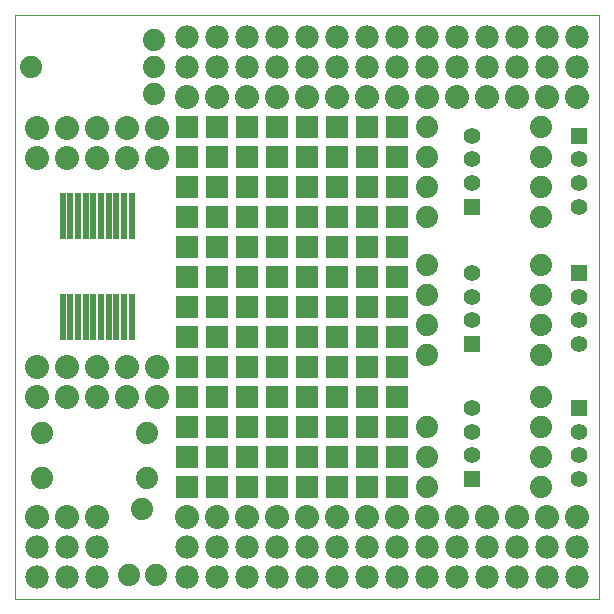
<source format=gbs>
G75*
G70*
%OFA0B0*%
%FSLAX24Y24*%
%IPPOS*%
%LPD*%
%AMOC8*
5,1,8,0,0,1.08239X$1,22.5*
%
%ADD10C,0.0000*%
%ADD11C,0.0780*%
%ADD12R,0.0197X0.1540*%
%ADD13R,0.0555X0.0555*%
%ADD14C,0.0555*%
%ADD15C,0.0800*%
%ADD16C,0.0740*%
%ADD17R,0.0740X0.0740*%
D10*
X000645Y000806D02*
X000645Y020301D01*
X020130Y020291D01*
X020130Y000806D01*
X000645Y000806D01*
D11*
X001395Y001556D03*
X002395Y001556D03*
X003395Y001556D03*
X003395Y002556D03*
X002395Y002556D03*
X001395Y002556D03*
X006395Y002556D03*
X006395Y001556D03*
X007395Y001556D03*
X008395Y001556D03*
X009395Y001556D03*
X010395Y001556D03*
X011395Y001556D03*
X012395Y001556D03*
X013395Y001556D03*
X014395Y001556D03*
X015395Y001556D03*
X016395Y001556D03*
X017395Y001556D03*
X018395Y001556D03*
X019395Y001556D03*
X019395Y002556D03*
X018395Y002556D03*
X017395Y002556D03*
X016395Y002556D03*
X015395Y002556D03*
X014395Y002556D03*
X013395Y002556D03*
X012395Y002556D03*
X011395Y002556D03*
X010395Y002556D03*
X009395Y002556D03*
X008395Y002556D03*
X007395Y002556D03*
X007395Y018556D03*
X008395Y018556D03*
X009395Y018556D03*
X010395Y018556D03*
X011395Y018556D03*
X012395Y018556D03*
X013395Y018556D03*
X014395Y018556D03*
X015395Y018556D03*
X016395Y018556D03*
X017395Y018556D03*
X018395Y018556D03*
X019395Y018556D03*
X019395Y019556D03*
X018395Y019556D03*
X017395Y019556D03*
X016395Y019556D03*
X015395Y019556D03*
X014395Y019556D03*
X013395Y019556D03*
X012395Y019556D03*
X011395Y019556D03*
X010395Y019556D03*
X009395Y019556D03*
X008395Y019556D03*
X007395Y019556D03*
X006395Y019556D03*
X006395Y018556D03*
D12*
X004547Y013583D03*
X004291Y013583D03*
X004035Y013583D03*
X003779Y013583D03*
X003523Y013583D03*
X003267Y013583D03*
X003011Y013583D03*
X002755Y013583D03*
X002499Y013583D03*
X002243Y013583D03*
X002243Y010229D03*
X002499Y010229D03*
X002755Y010229D03*
X003011Y010229D03*
X003267Y010229D03*
X003523Y010229D03*
X003779Y010229D03*
X004035Y010229D03*
X004291Y010229D03*
X004547Y010229D03*
D13*
X015895Y009325D03*
X019445Y007187D03*
X015895Y004825D03*
X019445Y011687D03*
X015895Y013895D03*
X019445Y016257D03*
D14*
X019445Y015470D03*
X019445Y014683D03*
X019445Y013895D03*
X019445Y010900D03*
X019445Y010113D03*
X019445Y009325D03*
X019445Y006400D03*
X019445Y005613D03*
X019445Y004825D03*
X015895Y005613D03*
X015895Y006400D03*
X015895Y007187D03*
X015895Y010113D03*
X015895Y010900D03*
X015895Y011687D03*
X015895Y014683D03*
X015895Y015470D03*
X015895Y016257D03*
D15*
X015395Y017556D03*
X016395Y017556D03*
X017395Y017556D03*
X018395Y017556D03*
X019395Y017556D03*
X014395Y017556D03*
X013395Y017556D03*
X012395Y017556D03*
X011395Y017556D03*
X010395Y017556D03*
X009395Y017556D03*
X008395Y017556D03*
X007395Y017556D03*
X006395Y017556D03*
X005395Y016506D03*
X004395Y016506D03*
X004395Y015506D03*
X005395Y015506D03*
X003395Y015506D03*
X002395Y015506D03*
X001395Y015506D03*
X001395Y016506D03*
X002395Y016506D03*
X003395Y016506D03*
X003395Y008556D03*
X002395Y008556D03*
X001395Y008556D03*
X001395Y007556D03*
X002395Y007556D03*
X003395Y007556D03*
X004395Y007556D03*
X005395Y007556D03*
X005395Y008556D03*
X004395Y008556D03*
X003395Y003556D03*
X002395Y003556D03*
X001395Y003556D03*
X006395Y003556D03*
X007395Y003556D03*
X008395Y003556D03*
X009395Y003556D03*
X010395Y003556D03*
X011395Y003556D03*
X012395Y003556D03*
X013395Y003556D03*
X014395Y003556D03*
X015395Y003556D03*
X016395Y003556D03*
X017395Y003556D03*
X018395Y003556D03*
X019395Y003556D03*
D16*
X018195Y004556D03*
X018195Y005556D03*
X018195Y006556D03*
X018195Y007556D03*
X018195Y008956D03*
X018195Y009956D03*
X018195Y010956D03*
X018195Y011956D03*
X018195Y013556D03*
X018195Y014556D03*
X018195Y015556D03*
X018195Y016556D03*
X014395Y016556D03*
X014395Y015556D03*
X014395Y014556D03*
X014395Y013556D03*
X014395Y011956D03*
X014395Y010956D03*
X014395Y009956D03*
X014395Y008956D03*
X014395Y006556D03*
X014395Y005556D03*
X014395Y004556D03*
X005345Y001606D03*
X004445Y001606D03*
X004895Y003806D03*
X005045Y004856D03*
X005045Y006356D03*
X001545Y006356D03*
X001545Y004856D03*
X005295Y017656D03*
X005295Y018556D03*
X005295Y019456D03*
X001195Y018556D03*
D17*
X006395Y016556D03*
X006395Y015556D03*
X006395Y014556D03*
X006395Y013556D03*
X006395Y012556D03*
X006395Y011556D03*
X006395Y010556D03*
X006395Y009556D03*
X006395Y008556D03*
X006395Y007556D03*
X006395Y006556D03*
X006395Y005556D03*
X006395Y004556D03*
X007395Y004556D03*
X008395Y004556D03*
X009395Y004556D03*
X010395Y004556D03*
X011395Y004556D03*
X012395Y004556D03*
X013395Y004556D03*
X013395Y005556D03*
X012395Y005556D03*
X011395Y005556D03*
X010395Y005556D03*
X009395Y005556D03*
X008395Y005556D03*
X007395Y005556D03*
X007395Y006556D03*
X008395Y006556D03*
X009395Y006556D03*
X009395Y007556D03*
X008395Y007556D03*
X007395Y007556D03*
X007395Y008556D03*
X008395Y008556D03*
X009395Y008556D03*
X010395Y008556D03*
X011395Y008556D03*
X011395Y007556D03*
X011395Y006556D03*
X010395Y006556D03*
X010395Y007556D03*
X012395Y007556D03*
X012395Y006556D03*
X013395Y006556D03*
X013395Y007556D03*
X013395Y008556D03*
X012395Y008556D03*
X012395Y009556D03*
X013395Y009556D03*
X013395Y010556D03*
X012395Y010556D03*
X011395Y010556D03*
X011395Y009556D03*
X010395Y009556D03*
X010395Y010556D03*
X009395Y010556D03*
X009395Y009556D03*
X008395Y009556D03*
X007395Y009556D03*
X007395Y010556D03*
X008395Y010556D03*
X008395Y011556D03*
X007395Y011556D03*
X007395Y012556D03*
X008395Y012556D03*
X009395Y012556D03*
X009395Y011556D03*
X010395Y011556D03*
X011395Y011556D03*
X012395Y011556D03*
X013395Y011556D03*
X013395Y012556D03*
X012395Y012556D03*
X011395Y012556D03*
X010395Y012556D03*
X010395Y013556D03*
X011395Y013556D03*
X011395Y014556D03*
X010395Y014556D03*
X009395Y014556D03*
X009395Y013556D03*
X008395Y013556D03*
X007395Y013556D03*
X007395Y014556D03*
X008395Y014556D03*
X008395Y015556D03*
X007395Y015556D03*
X007395Y016556D03*
X008395Y016556D03*
X009395Y016556D03*
X009395Y015556D03*
X010395Y015556D03*
X011395Y015556D03*
X012395Y015556D03*
X013395Y015556D03*
X013395Y014556D03*
X013395Y013556D03*
X012395Y013556D03*
X012395Y014556D03*
X012395Y016556D03*
X013395Y016556D03*
X011395Y016556D03*
X010395Y016556D03*
M02*

</source>
